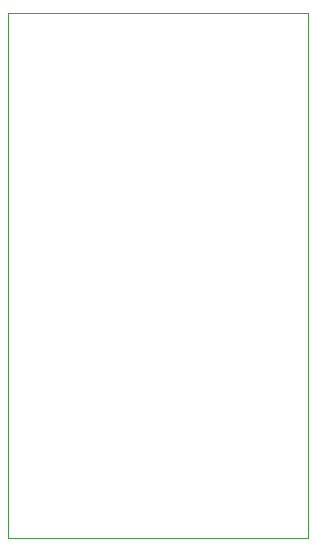
<source format=gm1>
G04 #@! TF.GenerationSoftware,KiCad,Pcbnew,6.0.8-f2edbf62ab~116~ubuntu22.04.1*
G04 #@! TF.CreationDate,2022-10-12T19:37:44+02:00*
G04 #@! TF.ProjectId,Amiga dual floppy selector,416d6967-6120-4647-9561-6c20666c6f70,0.2*
G04 #@! TF.SameCoordinates,Original*
G04 #@! TF.FileFunction,Profile,NP*
%FSLAX46Y46*%
G04 Gerber Fmt 4.6, Leading zero omitted, Abs format (unit mm)*
G04 Created by KiCad (PCBNEW 6.0.8-f2edbf62ab~116~ubuntu22.04.1) date 2022-10-12 19:37:44*
%MOMM*%
%LPD*%
G01*
G04 APERTURE LIST*
G04 #@! TA.AperFunction,Profile*
%ADD10C,0.100000*%
G04 #@! TD*
G04 APERTURE END LIST*
D10*
X131445000Y-66675000D02*
X106045000Y-66675000D01*
X106045000Y-66675000D02*
X106045000Y-111125000D01*
X131445000Y-111125000D02*
X131445000Y-66675000D01*
X106045000Y-111125000D02*
X131445000Y-111125000D01*
M02*

</source>
